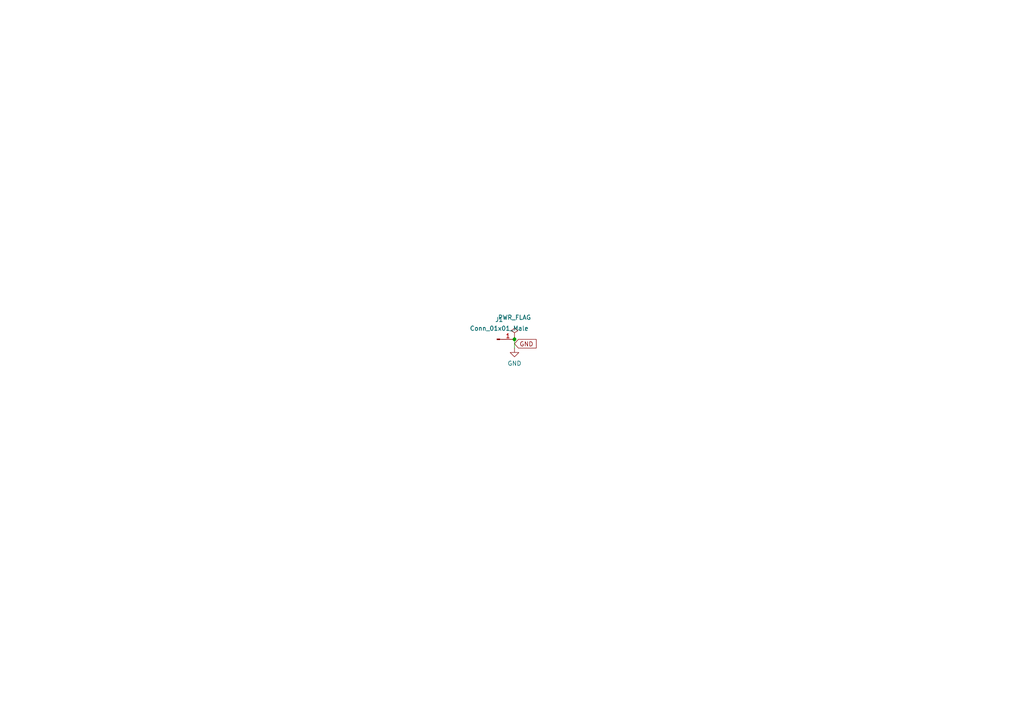
<source format=kicad_sch>
(kicad_sch (version 20211123) (generator eeschema)
  (paper "A4")
  (lib_symbols
    (symbol "Connector:Conn_01x01_Male" (pin_names (offset 1.016) hide)
      (property "Reference" "J" (at 0 2.54 0))
      (property "Value" "Conn_01x01_Male" (at 0 -2.54 0))
      (symbol "Conn_01x01_Male_1_1"
        (polyline (pts (xy 1.27 0) (xy 0.8636 0)) (stroke (width 0.1524)))
        (rectangle (start 0.8636 0.127) (end 0 -0.127) (stroke (width 0.1524)) (fill (type outline)))
        (pin passive line (at 5.08 0 180) (length 3.81) (name "Pin_1") (number "1"))
      )
    )
    (symbol "power:GND" (power) (pin_names (offset 0))
      (property "Value" "GND" (at 0 -3.81 0))
      (symbol "GND_0_1"
        (polyline (pts (xy 0 0) (xy 0 -1.27) (xy 1.27 -1.27) (xy 0 -2.54) (xy -1.27 -1.27) (xy 0 -1.27)))
      )
      (symbol "GND_1_1"
        (pin power_in line (at 0 0 270) (length 0) hide (name "GND") (number "1"))
      )
    )
    (symbol "power:PWR_FLAG" (power) (pin_numbers hide) (pin_names (offset 0) hide)
      (property "Value" "PWR_FLAG" (at 0 3.81 0))
      (symbol "PWR_FLAG_0_0"
        (pin power_out line (at 0 0 90) (length 0) (name "pwr") (number "1"))
      )
      (symbol "PWR_FLAG_0_1"
        (polyline (pts (xy 0 0) (xy 0 1.27) (xy -1.016 1.905) (xy 0 2.54) (xy 1.016 1.905) (xy 0 1.27)))
      )
    )
  )
  (junction (at 149.225 98.425))
  (wire (pts (xy 149.225 98.425) (xy 149.225 100.965)))
  (wire (pts (xy 149.225 97.79) (xy 149.225 98.425)))
  (global_label "GND" (shape input) (at 149.225 99.695 0) (property "Intersheet References" "${INTERSHEET_REFS}" (effects hide)))
  (symbol (lib_id "power:GND") (at 149.225 100.965 0) (unit 1)
    (property "Reference" "#PWR0101" (effects hide))
    (property "Value" "GND" (at 149.225 105.41 0))
  )
  (symbol (lib_id "Connector:Conn_01x01_Male") (at 144.145 98.425 0) (unit 1)
    (property "Reference" "J1" (at 144.78 92.71 0))
    (property "Value" "Conn_01x01_Male" (at 144.78 95.25 0))
    (property "Footprint" "Connector_PinHeader_2.00mm:PinHeader_1x02_P2.00mm_Vertical_SMD_Pin1Left" (effects hide))
  )
  (symbol (lib_id "power:PWR_FLAG") (at 149.225 97.79 0) (unit 1)
    (property "Reference" "#FLG0101" (effects hide))
    (property "Value" "PWR_FLAG" (at 149.225 92.075 0))
  )
)
</source>
